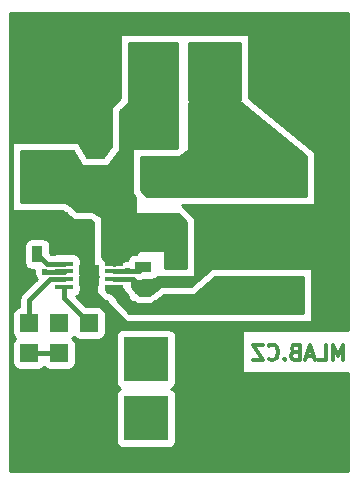
<source format=gbr>
G04 #@! TF.FileFunction,Copper,L2,Bot,Signal*
%FSLAX46Y46*%
G04 Gerber Fmt 4.6, Leading zero omitted, Abs format (unit mm)*
G04 Created by KiCad (PCBNEW (2015-05-13 BZR 5653)-product) date 7. 1. 2016 10:07:51*
%MOMM*%
G01*
G04 APERTURE LIST*
%ADD10C,0.300000*%
%ADD11R,1.524000X1.524000*%
%ADD12R,1.397000X0.889000*%
%ADD13R,1.699260X1.300480*%
%ADD14R,3.810000X3.810000*%
%ADD15R,5.500000X3.000000*%
%ADD16C,6.000000*%
%ADD17R,0.889000X1.397000*%
%ADD18R,1.550000X0.420000*%
%ADD19R,0.840000X0.940000*%
%ADD20R,2.032000X1.524000*%
%ADD21C,0.600000*%
%ADD22C,0.250000*%
%ADD23C,0.400000*%
%ADD24C,0.600000*%
%ADD25C,0.254000*%
G04 APERTURE END LIST*
D10*
X153605238Y-96854095D02*
X153605238Y-95554095D01*
X153171905Y-96482667D01*
X152738572Y-95554095D01*
X152738572Y-96854095D01*
X151500477Y-96854095D02*
X152119524Y-96854095D01*
X152119524Y-95554095D01*
X151129048Y-96482667D02*
X150510000Y-96482667D01*
X151252857Y-96854095D02*
X150819524Y-95554095D01*
X150386191Y-96854095D01*
X149519524Y-96173143D02*
X149333810Y-96235048D01*
X149271905Y-96296952D01*
X149210000Y-96420762D01*
X149210000Y-96606476D01*
X149271905Y-96730286D01*
X149333810Y-96792190D01*
X149457619Y-96854095D01*
X149952857Y-96854095D01*
X149952857Y-95554095D01*
X149519524Y-95554095D01*
X149395714Y-95616000D01*
X149333810Y-95677905D01*
X149271905Y-95801714D01*
X149271905Y-95925524D01*
X149333810Y-96049333D01*
X149395714Y-96111238D01*
X149519524Y-96173143D01*
X149952857Y-96173143D01*
X148652857Y-96730286D02*
X148590952Y-96792190D01*
X148652857Y-96854095D01*
X148714762Y-96792190D01*
X148652857Y-96730286D01*
X148652857Y-96854095D01*
X147290952Y-96730286D02*
X147352857Y-96792190D01*
X147538571Y-96854095D01*
X147662381Y-96854095D01*
X147848095Y-96792190D01*
X147971904Y-96668381D01*
X148033809Y-96544571D01*
X148095714Y-96296952D01*
X148095714Y-96111238D01*
X148033809Y-95863619D01*
X147971904Y-95739810D01*
X147848095Y-95616000D01*
X147662381Y-95554095D01*
X147538571Y-95554095D01*
X147352857Y-95616000D01*
X147290952Y-95677905D01*
X146857619Y-95554095D02*
X145990952Y-95554095D01*
X146857619Y-96854095D01*
X145990952Y-96854095D01*
D11*
X129540000Y-96266000D03*
X127000000Y-96266000D03*
X132080000Y-93726000D03*
X132080000Y-96266000D03*
D12*
X136652000Y-88963500D03*
X136652000Y-90868500D03*
D13*
X139446000Y-91920060D03*
X139446000Y-88419940D03*
D14*
X136906000Y-101774000D03*
X136906000Y-96774000D03*
X141986000Y-101774000D03*
X141986000Y-96774000D03*
D11*
X127000000Y-77470000D03*
X129540000Y-77470000D03*
X127000000Y-80010000D03*
X129540000Y-80010000D03*
X127000000Y-82550000D03*
X129540000Y-82550000D03*
X127000000Y-85090000D03*
X129540000Y-85090000D03*
D14*
X142748000Y-71962000D03*
X142748000Y-76962000D03*
X137668000Y-71962000D03*
X137668000Y-76962000D03*
D15*
X147574000Y-81360000D03*
X147574000Y-91360000D03*
D16*
X149840000Y-102108000D03*
X149840000Y-71628000D03*
X129540000Y-71628000D03*
X129540000Y-102108000D03*
D12*
X132080000Y-94043500D03*
X132080000Y-95948500D03*
D17*
X127698500Y-87884000D03*
X125793500Y-87884000D03*
D18*
X129975000Y-90637000D03*
X129975000Y-89987000D03*
X129975000Y-89337000D03*
X129975000Y-88687000D03*
X134185000Y-88687000D03*
X134185000Y-89337000D03*
X134185000Y-89987000D03*
X134185000Y-90637000D03*
D19*
X132500000Y-89192000D03*
X132500000Y-90132000D03*
X131660000Y-89192000D03*
X131660000Y-90132000D03*
D11*
X129540000Y-93726000D03*
X127000000Y-93726000D03*
D20*
X132715000Y-81407000D03*
X132715000Y-78105000D03*
X138176000Y-82042000D03*
X138176000Y-85344000D03*
D21*
X133858000Y-93218000D03*
X133560706Y-92062706D03*
X131826000Y-87122000D03*
X129540000Y-86614000D03*
X125730000Y-86360000D03*
X131236226Y-75438000D03*
X133604000Y-75438000D03*
X129540000Y-75438000D03*
X128270000Y-75438000D03*
X127000000Y-75438000D03*
X141224000Y-84074000D03*
X141732000Y-85852000D03*
X141732000Y-86868000D03*
X141732000Y-87884000D03*
X141732000Y-88900000D03*
X132500000Y-89192000D03*
X132500000Y-90132000D03*
X131660000Y-90132000D03*
X131660000Y-89192000D03*
X125730000Y-89535000D03*
X125730000Y-90932000D03*
X128380213Y-89376422D03*
X135382000Y-89286990D03*
D22*
X133560706Y-92062706D02*
X133560706Y-92920706D01*
X133560706Y-92920706D02*
X133858000Y-93218000D01*
D23*
X133560706Y-92062706D02*
X135224000Y-93726000D01*
D22*
X132500000Y-90132000D02*
X132500000Y-91002000D01*
X132500000Y-91002000D02*
X133560706Y-92062706D01*
X129540000Y-85090000D02*
X129540000Y-86614000D01*
X129540000Y-75438000D02*
X131236226Y-75438000D01*
X127000000Y-75438000D02*
X128270000Y-75438000D01*
X141732000Y-85852000D02*
X141732000Y-84582000D01*
X141732000Y-84582000D02*
X141224000Y-84074000D01*
X141732000Y-87884000D02*
X141732000Y-86868000D01*
X140716000Y-90170000D02*
X141732000Y-89154000D01*
X141732000Y-89154000D02*
X141732000Y-88900000D01*
X138299000Y-90170000D02*
X140716000Y-90170000D01*
X136652000Y-90868500D02*
X137600500Y-90868500D01*
X137600500Y-90868500D02*
X138299000Y-90170000D01*
D23*
X125476000Y-77832000D02*
X125476000Y-84728000D01*
X125476000Y-84728000D02*
X125838000Y-85090000D01*
X125838000Y-85090000D02*
X127000000Y-85090000D01*
X127000000Y-77470000D02*
X125838000Y-77470000D01*
X125838000Y-77470000D02*
X125476000Y-77832000D01*
X135224000Y-93726000D02*
X141243000Y-93726000D01*
X141243000Y-93726000D02*
X141986000Y-94469000D01*
X141986000Y-94469000D02*
X141986000Y-96774000D01*
X136652000Y-90868500D02*
X135770500Y-89987000D01*
X135770500Y-89987000D02*
X134185000Y-89987000D01*
X125730000Y-86360000D02*
X125730000Y-89535000D01*
X135397240Y-85836760D02*
X137668000Y-85836760D01*
D24*
X137668000Y-76962000D02*
X137668000Y-71962000D01*
D23*
X134185000Y-87049000D02*
X135397240Y-85836760D01*
X134185000Y-88687000D02*
X134185000Y-87049000D01*
D24*
X142748000Y-71962000D02*
X142748000Y-76962000D01*
D23*
X127000000Y-92564000D02*
X127000000Y-93726000D01*
X127000000Y-91787000D02*
X127000000Y-92564000D01*
X128800000Y-89987000D02*
X127000000Y-91787000D01*
X129975000Y-89987000D02*
X128800000Y-89987000D01*
X127000000Y-96266000D02*
X129540000Y-96266000D01*
X129935578Y-89376422D02*
X129975000Y-89337000D01*
X128380213Y-89376422D02*
X129935578Y-89376422D01*
X129975000Y-88687000D02*
X128501500Y-88687000D01*
X128501500Y-88687000D02*
X127698500Y-87884000D01*
X137160000Y-92456000D02*
X137695940Y-91920060D01*
X137695940Y-91920060D02*
X139446000Y-91920060D01*
X135394000Y-92456000D02*
X137160000Y-92456000D01*
X134185000Y-91247000D02*
X135394000Y-92456000D01*
X134185000Y-90637000D02*
X134185000Y-91247000D01*
X136278500Y-89337000D02*
X136652000Y-88963500D01*
X135331990Y-89337000D02*
X135382000Y-89286990D01*
X134185000Y-89337000D02*
X135331990Y-89337000D01*
X135382000Y-89286990D02*
X136278500Y-89337000D01*
X129975000Y-91621000D02*
X132080000Y-93726000D01*
X129975000Y-90637000D02*
X129975000Y-91621000D01*
D25*
G36*
X150241000Y-92837000D02*
X135515868Y-92837000D01*
X134453240Y-91774372D01*
X134353823Y-91533763D01*
X134091033Y-91270514D01*
X133747505Y-91127868D01*
X133725453Y-91127848D01*
X133489920Y-90892315D01*
X133517377Y-90851640D01*
X133518820Y-90844440D01*
X134960000Y-90844440D01*
X135001000Y-90836485D01*
X135001000Y-90984605D01*
X135306060Y-91289665D01*
X135306060Y-91313000D01*
X135353037Y-91555123D01*
X135492827Y-91767927D01*
X135703860Y-91910377D01*
X135953500Y-91960440D01*
X135976835Y-91960440D01*
X136091395Y-92075000D01*
X137456333Y-92075000D01*
X138472333Y-91313000D01*
X141016980Y-91313000D01*
X142794980Y-89789000D01*
X150241000Y-89789000D01*
X150241000Y-92837000D01*
X150241000Y-92837000D01*
G37*
X150241000Y-92837000D02*
X135515868Y-92837000D01*
X134453240Y-91774372D01*
X134353823Y-91533763D01*
X134091033Y-91270514D01*
X133747505Y-91127868D01*
X133725453Y-91127848D01*
X133489920Y-90892315D01*
X133517377Y-90851640D01*
X133518820Y-90844440D01*
X134960000Y-90844440D01*
X135001000Y-90836485D01*
X135001000Y-90984605D01*
X135306060Y-91289665D01*
X135306060Y-91313000D01*
X135353037Y-91555123D01*
X135492827Y-91767927D01*
X135703860Y-91910377D01*
X135953500Y-91960440D01*
X135976835Y-91960440D01*
X136091395Y-92075000D01*
X137456333Y-92075000D01*
X138472333Y-91313000D01*
X141016980Y-91313000D01*
X142794980Y-89789000D01*
X150241000Y-89789000D01*
X150241000Y-92837000D01*
G36*
X140335000Y-89027000D02*
X138557000Y-89027000D01*
X138557000Y-87503000D01*
X136336961Y-87503000D01*
X136042113Y-87871560D01*
X135953500Y-87871560D01*
X135711377Y-87918537D01*
X135498573Y-88058327D01*
X135356123Y-88269360D01*
X135339559Y-88351952D01*
X135196833Y-88351828D01*
X134887697Y-88479560D01*
X133520254Y-88479560D01*
X133380673Y-88267073D01*
X133223000Y-88160641D01*
X133223000Y-84768032D01*
X132372453Y-84201000D01*
X131106333Y-84201000D01*
X130853545Y-84011409D01*
X130762673Y-83873073D01*
X130551640Y-83730623D01*
X130452711Y-83710783D01*
X130090333Y-83439000D01*
X126311000Y-83439000D01*
X126311000Y-79121000D01*
X130738094Y-79121000D01*
X131500094Y-80391000D01*
X132080000Y-80391000D01*
X133665039Y-80391000D01*
X134747000Y-79038549D01*
X134747000Y-75744605D01*
X135434605Y-75057000D01*
X139573000Y-75057000D01*
X139573000Y-78823491D01*
X139507737Y-78867000D01*
X135763000Y-78867000D01*
X135763000Y-82813026D01*
X136017000Y-83067026D01*
X136017000Y-83566000D01*
X136017000Y-84455000D01*
X138430000Y-84455000D01*
X138938000Y-84455000D01*
X139647395Y-84455000D01*
X140335000Y-85142605D01*
X140335000Y-89027000D01*
X140335000Y-89027000D01*
G37*
X140335000Y-89027000D02*
X138557000Y-89027000D01*
X138557000Y-87503000D01*
X136336961Y-87503000D01*
X136042113Y-87871560D01*
X135953500Y-87871560D01*
X135711377Y-87918537D01*
X135498573Y-88058327D01*
X135356123Y-88269360D01*
X135339559Y-88351952D01*
X135196833Y-88351828D01*
X134887697Y-88479560D01*
X133520254Y-88479560D01*
X133380673Y-88267073D01*
X133223000Y-88160641D01*
X133223000Y-84768032D01*
X132372453Y-84201000D01*
X131106333Y-84201000D01*
X130853545Y-84011409D01*
X130762673Y-83873073D01*
X130551640Y-83730623D01*
X130452711Y-83710783D01*
X130090333Y-83439000D01*
X126311000Y-83439000D01*
X126311000Y-79121000D01*
X130738094Y-79121000D01*
X131500094Y-80391000D01*
X132080000Y-80391000D01*
X133665039Y-80391000D01*
X134747000Y-79038549D01*
X134747000Y-75744605D01*
X135434605Y-75057000D01*
X139573000Y-75057000D01*
X139573000Y-78823491D01*
X139507737Y-78867000D01*
X135763000Y-78867000D01*
X135763000Y-82813026D01*
X136017000Y-83067026D01*
X136017000Y-83566000D01*
X136017000Y-84455000D01*
X138430000Y-84455000D01*
X138938000Y-84455000D01*
X139647395Y-84455000D01*
X140335000Y-85142605D01*
X140335000Y-89027000D01*
G36*
X150495000Y-82931000D02*
X136958605Y-82931000D01*
X136525000Y-82497395D01*
X136525000Y-79629000D01*
X139738453Y-79629000D01*
X140589000Y-79061968D01*
X140589000Y-75057000D01*
X144988666Y-75057000D01*
X150495000Y-79562183D01*
X150495000Y-82931000D01*
X150495000Y-82931000D01*
G37*
X150495000Y-82931000D02*
X136958605Y-82931000D01*
X136525000Y-82497395D01*
X136525000Y-79629000D01*
X139738453Y-79629000D01*
X140589000Y-79061968D01*
X140589000Y-75057000D01*
X144988666Y-75057000D01*
X150495000Y-79562183D01*
X150495000Y-82931000D01*
G36*
X153999000Y-106247000D02*
X139458440Y-106247000D01*
X139458440Y-103679000D01*
X139458440Y-99869000D01*
X139411463Y-99626877D01*
X139271673Y-99414073D01*
X139062818Y-99273093D01*
X139265927Y-99139673D01*
X139408377Y-98928640D01*
X139458440Y-98679000D01*
X139458440Y-94869000D01*
X139411463Y-94626877D01*
X139271673Y-94414073D01*
X139060640Y-94271623D01*
X138811000Y-94221560D01*
X135001000Y-94221560D01*
X134758877Y-94268537D01*
X134546073Y-94408327D01*
X134403623Y-94619360D01*
X134353560Y-94869000D01*
X134353560Y-98679000D01*
X134400537Y-98921123D01*
X134540327Y-99133927D01*
X134749181Y-99274906D01*
X134546073Y-99408327D01*
X134403623Y-99619360D01*
X134353560Y-99869000D01*
X134353560Y-103679000D01*
X134400537Y-103921123D01*
X134540327Y-104133927D01*
X134751360Y-104276377D01*
X135001000Y-104326440D01*
X138811000Y-104326440D01*
X139053123Y-104279463D01*
X139265927Y-104139673D01*
X139408377Y-103928640D01*
X139458440Y-103679000D01*
X139458440Y-106247000D01*
X133489440Y-106247000D01*
X133489440Y-94488000D01*
X133489440Y-92964000D01*
X133442463Y-92721877D01*
X133302673Y-92509073D01*
X133091640Y-92366623D01*
X132842000Y-92316560D01*
X131851428Y-92316560D01*
X130983922Y-91449054D01*
X130992123Y-91447463D01*
X131204927Y-91307673D01*
X131347377Y-91096640D01*
X131397440Y-90847000D01*
X131397440Y-90427000D01*
X131374758Y-90310099D01*
X131397440Y-90197000D01*
X131397440Y-89777000D01*
X131374758Y-89660099D01*
X131397440Y-89547000D01*
X131397440Y-89127000D01*
X131374758Y-89010099D01*
X131397440Y-88897000D01*
X131397440Y-88477000D01*
X131350463Y-88234877D01*
X131210673Y-88022073D01*
X130999640Y-87879623D01*
X130750000Y-87829560D01*
X129200000Y-87829560D01*
X129084342Y-87852000D01*
X128847368Y-87852000D01*
X128790440Y-87795071D01*
X128790440Y-87185500D01*
X128743463Y-86943377D01*
X128603673Y-86730573D01*
X128392640Y-86588123D01*
X128143000Y-86538060D01*
X127254000Y-86538060D01*
X127011877Y-86585037D01*
X126799073Y-86724827D01*
X126656623Y-86935860D01*
X126606560Y-87185500D01*
X126606560Y-88582500D01*
X126653537Y-88824623D01*
X126793327Y-89037427D01*
X127004360Y-89179877D01*
X127254000Y-89229940D01*
X127445339Y-89229940D01*
X127445051Y-89561589D01*
X127587096Y-89905365D01*
X127643881Y-89962250D01*
X126409566Y-91196566D01*
X126228561Y-91467459D01*
X126165000Y-91787000D01*
X126165000Y-92330723D01*
X125995877Y-92363537D01*
X125783073Y-92503327D01*
X125640623Y-92714360D01*
X125590560Y-92964000D01*
X125590560Y-94488000D01*
X125637537Y-94730123D01*
X125777327Y-94942927D01*
X125855541Y-94995722D01*
X125783073Y-95043327D01*
X125640623Y-95254360D01*
X125590560Y-95504000D01*
X125590560Y-97028000D01*
X125637537Y-97270123D01*
X125777327Y-97482927D01*
X125988360Y-97625377D01*
X126238000Y-97675440D01*
X127762000Y-97675440D01*
X128004123Y-97628463D01*
X128216927Y-97488673D01*
X128269722Y-97410458D01*
X128317327Y-97482927D01*
X128528360Y-97625377D01*
X128778000Y-97675440D01*
X130302000Y-97675440D01*
X130544123Y-97628463D01*
X130756927Y-97488673D01*
X130899377Y-97277640D01*
X130949440Y-97028000D01*
X130949440Y-95504000D01*
X130902463Y-95261877D01*
X130762673Y-95049073D01*
X130684458Y-94996277D01*
X130756927Y-94948673D01*
X130809722Y-94870458D01*
X130857327Y-94942927D01*
X131068360Y-95085377D01*
X131318000Y-95135440D01*
X131381500Y-95135440D01*
X132778500Y-95135440D01*
X132842000Y-95135440D01*
X133084123Y-95088463D01*
X133296927Y-94948673D01*
X133439377Y-94737640D01*
X133489440Y-94488000D01*
X133489440Y-106247000D01*
X125401000Y-106247000D01*
X125401000Y-84201000D01*
X129836333Y-84201000D01*
X130852333Y-84963000D01*
X132141737Y-84963000D01*
X132461000Y-85175842D01*
X132461000Y-89535000D01*
X132762560Y-89535000D01*
X132762560Y-89547000D01*
X132809513Y-89789000D01*
X132715000Y-89789000D01*
X132715000Y-91195026D01*
X134424987Y-92905013D01*
X134678987Y-93159013D01*
X135118974Y-93599000D01*
X151003000Y-93599000D01*
X151003000Y-89027000D01*
X142513098Y-89027000D01*
X140735098Y-90551000D01*
X138218333Y-90551000D01*
X137437787Y-91136409D01*
X137376400Y-91148620D01*
X137130388Y-91313000D01*
X136407026Y-91313000D01*
X135763000Y-90668974D01*
X135763000Y-90144541D01*
X136231993Y-90170704D01*
X136255357Y-90167396D01*
X136278500Y-90172000D01*
X136415882Y-90144672D01*
X136554578Y-90125039D01*
X136574898Y-90113042D01*
X136598040Y-90108439D01*
X136677358Y-90055440D01*
X137350500Y-90055440D01*
X137592623Y-90008463D01*
X137805427Y-89868673D01*
X137859207Y-89789000D01*
X141097000Y-89789000D01*
X141097000Y-84826974D01*
X139963026Y-83693000D01*
X151257000Y-83693000D01*
X151257000Y-79201087D01*
X145669000Y-74629086D01*
X145669000Y-69215000D01*
X140335000Y-69215000D01*
X139827000Y-69215000D01*
X134747000Y-69215000D01*
X134747000Y-74666974D01*
X133985000Y-75428974D01*
X133985000Y-78771254D01*
X133298803Y-79629000D01*
X132080000Y-79629000D01*
X131931531Y-79629000D01*
X131169531Y-78359000D01*
X125401000Y-78359000D01*
X125401000Y-67489000D01*
X153999000Y-67489000D01*
X153999000Y-94271000D01*
X145020238Y-94271000D01*
X145020238Y-97961000D01*
X153999000Y-97961000D01*
X153999000Y-106247000D01*
X153999000Y-106247000D01*
G37*
X153999000Y-106247000D02*
X139458440Y-106247000D01*
X139458440Y-103679000D01*
X139458440Y-99869000D01*
X139411463Y-99626877D01*
X139271673Y-99414073D01*
X139062818Y-99273093D01*
X139265927Y-99139673D01*
X139408377Y-98928640D01*
X139458440Y-98679000D01*
X139458440Y-94869000D01*
X139411463Y-94626877D01*
X139271673Y-94414073D01*
X139060640Y-94271623D01*
X138811000Y-94221560D01*
X135001000Y-94221560D01*
X134758877Y-94268537D01*
X134546073Y-94408327D01*
X134403623Y-94619360D01*
X134353560Y-94869000D01*
X134353560Y-98679000D01*
X134400537Y-98921123D01*
X134540327Y-99133927D01*
X134749181Y-99274906D01*
X134546073Y-99408327D01*
X134403623Y-99619360D01*
X134353560Y-99869000D01*
X134353560Y-103679000D01*
X134400537Y-103921123D01*
X134540327Y-104133927D01*
X134751360Y-104276377D01*
X135001000Y-104326440D01*
X138811000Y-104326440D01*
X139053123Y-104279463D01*
X139265927Y-104139673D01*
X139408377Y-103928640D01*
X139458440Y-103679000D01*
X139458440Y-106247000D01*
X133489440Y-106247000D01*
X133489440Y-94488000D01*
X133489440Y-92964000D01*
X133442463Y-92721877D01*
X133302673Y-92509073D01*
X133091640Y-92366623D01*
X132842000Y-92316560D01*
X131851428Y-92316560D01*
X130983922Y-91449054D01*
X130992123Y-91447463D01*
X131204927Y-91307673D01*
X131347377Y-91096640D01*
X131397440Y-90847000D01*
X131397440Y-90427000D01*
X131374758Y-90310099D01*
X131397440Y-90197000D01*
X131397440Y-89777000D01*
X131374758Y-89660099D01*
X131397440Y-89547000D01*
X131397440Y-89127000D01*
X131374758Y-89010099D01*
X131397440Y-88897000D01*
X131397440Y-88477000D01*
X131350463Y-88234877D01*
X131210673Y-88022073D01*
X130999640Y-87879623D01*
X130750000Y-87829560D01*
X129200000Y-87829560D01*
X129084342Y-87852000D01*
X128847368Y-87852000D01*
X128790440Y-87795071D01*
X128790440Y-87185500D01*
X128743463Y-86943377D01*
X128603673Y-86730573D01*
X128392640Y-86588123D01*
X128143000Y-86538060D01*
X127254000Y-86538060D01*
X127011877Y-86585037D01*
X126799073Y-86724827D01*
X126656623Y-86935860D01*
X126606560Y-87185500D01*
X126606560Y-88582500D01*
X126653537Y-88824623D01*
X126793327Y-89037427D01*
X127004360Y-89179877D01*
X127254000Y-89229940D01*
X127445339Y-89229940D01*
X127445051Y-89561589D01*
X127587096Y-89905365D01*
X127643881Y-89962250D01*
X126409566Y-91196566D01*
X126228561Y-91467459D01*
X126165000Y-91787000D01*
X126165000Y-92330723D01*
X125995877Y-92363537D01*
X125783073Y-92503327D01*
X125640623Y-92714360D01*
X125590560Y-92964000D01*
X125590560Y-94488000D01*
X125637537Y-94730123D01*
X125777327Y-94942927D01*
X125855541Y-94995722D01*
X125783073Y-95043327D01*
X125640623Y-95254360D01*
X125590560Y-95504000D01*
X125590560Y-97028000D01*
X125637537Y-97270123D01*
X125777327Y-97482927D01*
X125988360Y-97625377D01*
X126238000Y-97675440D01*
X127762000Y-97675440D01*
X128004123Y-97628463D01*
X128216927Y-97488673D01*
X128269722Y-97410458D01*
X128317327Y-97482927D01*
X128528360Y-97625377D01*
X128778000Y-97675440D01*
X130302000Y-97675440D01*
X130544123Y-97628463D01*
X130756927Y-97488673D01*
X130899377Y-97277640D01*
X130949440Y-97028000D01*
X130949440Y-95504000D01*
X130902463Y-95261877D01*
X130762673Y-95049073D01*
X130684458Y-94996277D01*
X130756927Y-94948673D01*
X130809722Y-94870458D01*
X130857327Y-94942927D01*
X131068360Y-95085377D01*
X131318000Y-95135440D01*
X131381500Y-95135440D01*
X132778500Y-95135440D01*
X132842000Y-95135440D01*
X133084123Y-95088463D01*
X133296927Y-94948673D01*
X133439377Y-94737640D01*
X133489440Y-94488000D01*
X133489440Y-106247000D01*
X125401000Y-106247000D01*
X125401000Y-84201000D01*
X129836333Y-84201000D01*
X130852333Y-84963000D01*
X132141737Y-84963000D01*
X132461000Y-85175842D01*
X132461000Y-89535000D01*
X132762560Y-89535000D01*
X132762560Y-89547000D01*
X132809513Y-89789000D01*
X132715000Y-89789000D01*
X132715000Y-91195026D01*
X134424987Y-92905013D01*
X134678987Y-93159013D01*
X135118974Y-93599000D01*
X151003000Y-93599000D01*
X151003000Y-89027000D01*
X142513098Y-89027000D01*
X140735098Y-90551000D01*
X138218333Y-90551000D01*
X137437787Y-91136409D01*
X137376400Y-91148620D01*
X137130388Y-91313000D01*
X136407026Y-91313000D01*
X135763000Y-90668974D01*
X135763000Y-90144541D01*
X136231993Y-90170704D01*
X136255357Y-90167396D01*
X136278500Y-90172000D01*
X136415882Y-90144672D01*
X136554578Y-90125039D01*
X136574898Y-90113042D01*
X136598040Y-90108439D01*
X136677358Y-90055440D01*
X137350500Y-90055440D01*
X137592623Y-90008463D01*
X137805427Y-89868673D01*
X137859207Y-89789000D01*
X141097000Y-89789000D01*
X141097000Y-84826974D01*
X139963026Y-83693000D01*
X151257000Y-83693000D01*
X151257000Y-79201087D01*
X145669000Y-74629086D01*
X145669000Y-69215000D01*
X140335000Y-69215000D01*
X139827000Y-69215000D01*
X134747000Y-69215000D01*
X134747000Y-74666974D01*
X133985000Y-75428974D01*
X133985000Y-78771254D01*
X133298803Y-79629000D01*
X132080000Y-79629000D01*
X131931531Y-79629000D01*
X131169531Y-78359000D01*
X125401000Y-78359000D01*
X125401000Y-67489000D01*
X153999000Y-67489000D01*
X153999000Y-94271000D01*
X145020238Y-94271000D01*
X145020238Y-97961000D01*
X153999000Y-97961000D01*
X153999000Y-106247000D01*
G36*
X139573000Y-75057000D02*
X135509000Y-75057000D01*
X135509000Y-69977000D01*
X139573000Y-69977000D01*
X139573000Y-70104000D01*
X139573000Y-75057000D01*
X139573000Y-75057000D01*
G37*
X139573000Y-75057000D02*
X135509000Y-75057000D01*
X135509000Y-69977000D01*
X139573000Y-69977000D01*
X139573000Y-70104000D01*
X139573000Y-75057000D01*
G36*
X144907000Y-74803000D02*
X140589000Y-74803000D01*
X140589000Y-69977000D01*
X144907000Y-69977000D01*
X144907000Y-74803000D01*
X144907000Y-74803000D01*
G37*
X144907000Y-74803000D02*
X140589000Y-74803000D01*
X140589000Y-69977000D01*
X144907000Y-69977000D01*
X144907000Y-74803000D01*
M02*

</source>
